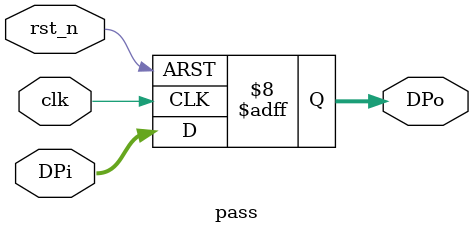
<source format=v>
/**********************************************************************/
//      COPYRIGHT (C)  National Chung-Cheng University
//
// MODULE:        pass Circuit
//
// FILE NAME:     pass.v
// VERSION:       1.0
// DATE:          May. 28, 2013
// AUTHOR:        Chao-Yung Chang
// 
// CODE TYPE:     RTL model
//
// DESCRIPTION:   input pass to output  
//         
/**********************************************************************/
`timescale 1ns/1ps

module pass(
input             clk,
input             rst_n,
input      [26:0] DPi,
output reg [26:0] DPo
);
  
  reg [23:0] test [3:0];
  
  
always@ ( posedge clk or negedge rst_n ) begin
  if ( ~rst_n )begin
    DPo <= 27'b0;
  end else begin
    DPo <= DPi;


  end
end

always @ ( posedge clk ) begin
      test[0] <= DPi[23: 0];
      test[1] <= test[0];
      test[2] <= test[1];
      test[3] <= test[2];
end
     
     
endmodule     

</source>
